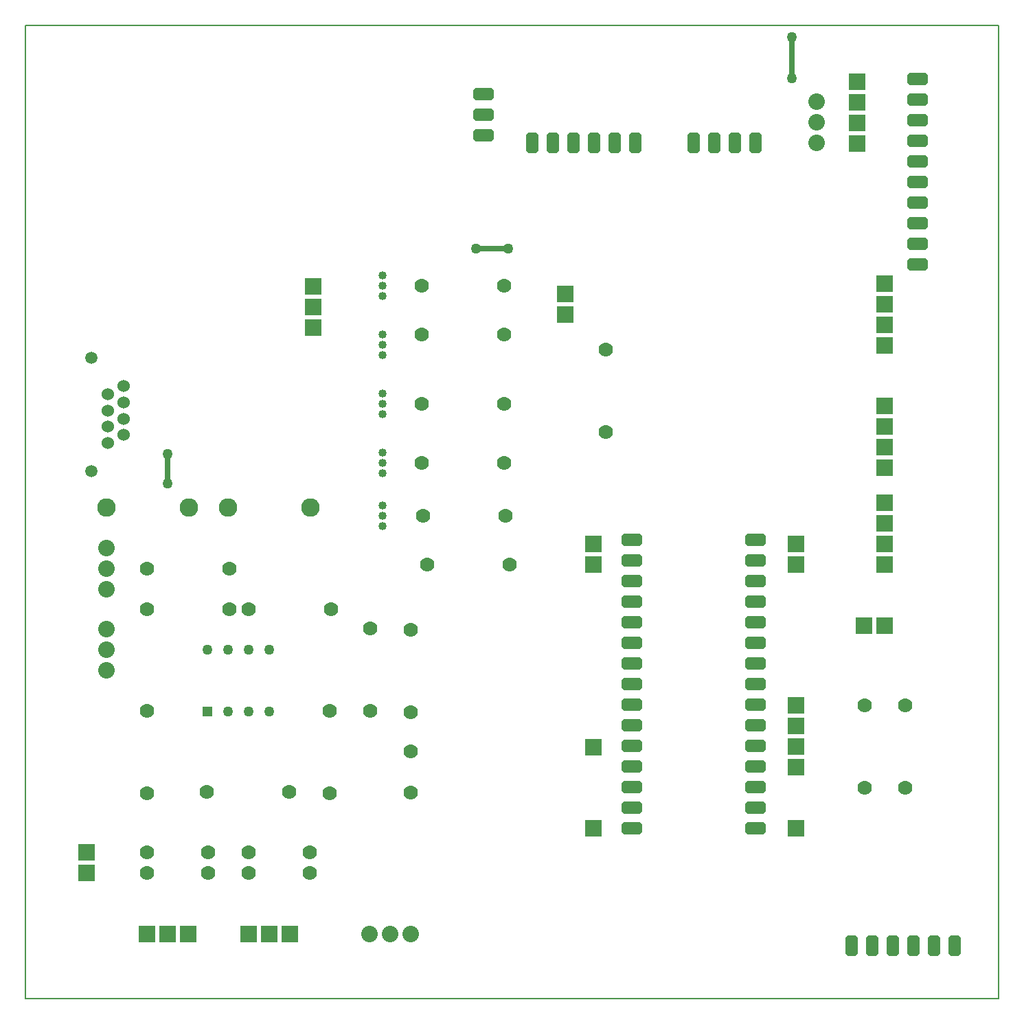
<source format=gbr>
G04 PROTEUS GERBER X2 FILE*
%TF.GenerationSoftware,Labcenter,Proteus,8.8-SP1-Build27031*%
%TF.CreationDate,2021-08-02T14:58:59+00:00*%
%TF.FileFunction,Copper,L1,Top*%
%TF.FilePolarity,Positive*%
%TF.Part,Single*%
%TF.SameCoordinates,{c3ce3005-f07b-4d42-96ea-8d11783d6a5d}*%
%FSLAX45Y45*%
%MOMM*%
G01*
%TA.AperFunction,Conductor*%
%ADD10C,0.635000*%
%TA.AperFunction,ViaPad*%
%ADD11C,1.270000*%
%AMDIL002*
4,1,8,
-1.270000,0.457200,-0.965200,0.762000,0.965200,0.762000,1.270000,0.457200,1.270000,-0.457200,
0.965200,-0.762000,-0.965200,-0.762000,-1.270000,-0.457200,-1.270000,0.457200,
0*%
%TA.AperFunction,ComponentPad*%
%ADD12DIL002*%
%AMDIL003*
4,1,8,
-0.762000,0.965200,-0.457200,1.270000,0.457200,1.270000,0.762000,0.965200,0.762000,-0.965200,
0.457200,-1.270000,-0.457200,-1.270000,-0.762000,-0.965200,-0.762000,0.965200,
0*%
%TA.AperFunction,ComponentPad*%
%ADD13DIL003*%
%TA.AperFunction,ComponentPad*%
%ADD14R,2.032000X2.032000*%
%TA.AperFunction,ComponentPad*%
%ADD15C,2.032000*%
%TA.AperFunction,ComponentPad*%
%ADD16C,1.778000*%
%TA.AperFunction,ComponentPad*%
%ADD17R,1.270000X1.270000*%
%ADD18C,1.270000*%
%TA.AperFunction,ComponentPad*%
%ADD19C,2.286000*%
%TA.AperFunction,ComponentPad*%
%ADD70C,1.524000*%
%TA.AperFunction,FiducialPad,Global*%
%ADD71C,1.500000*%
%TA.AperFunction,ComponentPad*%
%ADD20C,1.016000*%
%TA.AperFunction,Profile*%
%ADD21C,0.203200*%
%TD.AperFunction*%
D10*
X-11000000Y+6300000D02*
X-11000000Y+6659569D01*
X-11001181Y+6660750D01*
X-7200000Y+9200000D02*
X-6800000Y+9200000D01*
X-3300000Y+11300000D02*
X-3300000Y+11800000D01*
D11*
X-11000000Y+6300000D03*
X-11001181Y+6660750D03*
X-7200000Y+9200000D03*
X-6800000Y+9200000D03*
X-3300000Y+11300000D03*
X-3300000Y+11800000D03*
D12*
X-3750000Y+2050000D03*
X-3750000Y+2304000D03*
X-3750000Y+2558000D03*
X-3750000Y+2812000D03*
X-3750000Y+3066000D03*
X-3750000Y+3320000D03*
X-3750000Y+3574000D03*
X-3750000Y+3828000D03*
X-3750000Y+4082000D03*
X-3750000Y+4336000D03*
X-3750000Y+4590000D03*
X-3750000Y+4844000D03*
X-3750000Y+5098000D03*
X-3750000Y+5352000D03*
X-3750000Y+5606000D03*
X-5274000Y+5606000D03*
X-5274000Y+5352000D03*
X-5274000Y+5098000D03*
X-5274000Y+4844000D03*
X-5274000Y+4590000D03*
X-5274000Y+4336000D03*
X-5274000Y+4082000D03*
X-5274000Y+3828000D03*
X-5274000Y+3574000D03*
X-5274000Y+3320000D03*
X-5274000Y+3066000D03*
X-5274000Y+2812000D03*
X-5274000Y+2558000D03*
X-5274000Y+2304000D03*
X-5274000Y+2050000D03*
X-1750000Y+9000000D03*
X-1750000Y+9254000D03*
X-1750000Y+9508000D03*
X-1750000Y+9762000D03*
X-1750000Y+10016000D03*
X-1750000Y+10270000D03*
X-1750000Y+10524000D03*
X-1750000Y+10778000D03*
X-1750000Y+11032000D03*
X-1750000Y+11286000D03*
D13*
X-6500000Y+10500000D03*
X-6246000Y+10500000D03*
X-5992000Y+10500000D03*
X-5738000Y+10500000D03*
X-5484000Y+10500000D03*
X-5230000Y+10500000D03*
X-3750000Y+10500000D03*
X-4004000Y+10500000D03*
X-4258000Y+10500000D03*
X-4512000Y+10500000D03*
D14*
X-2500000Y+11250000D03*
X-2500000Y+10996000D03*
X-2500000Y+10742000D03*
X-2500000Y+10488000D03*
D15*
X-3000000Y+10496000D03*
X-3000000Y+11004000D03*
X-3000000Y+10750000D03*
D14*
X-2159000Y+5300000D03*
X-2159000Y+5554000D03*
X-2159000Y+5808000D03*
X-2159000Y+6062000D03*
X-2159000Y+6492000D03*
X-2159000Y+6746000D03*
X-2159000Y+7000000D03*
X-2159000Y+7254000D03*
X-2159000Y+8000000D03*
X-2159000Y+8254000D03*
X-2159000Y+8508000D03*
X-2159000Y+8762000D03*
D16*
X-2409000Y+2550000D03*
X-2409000Y+3566000D03*
X-1909000Y+2550000D03*
X-1909000Y+3566000D03*
D14*
X-3250000Y+3562000D03*
X-3250000Y+3308000D03*
X-3250000Y+3054000D03*
X-3250000Y+2800000D03*
D17*
X-10512000Y+3488000D03*
D18*
X-10258000Y+3488000D03*
X-10004000Y+3488000D03*
X-9750000Y+3488000D03*
X-9750000Y+4250000D03*
X-10004000Y+4250000D03*
X-10258000Y+4250000D03*
X-10512000Y+4250000D03*
D14*
X-10746000Y+750000D03*
X-11000000Y+750000D03*
X-11254000Y+750000D03*
X-9496000Y+750000D03*
X-9750000Y+750000D03*
X-10004000Y+750000D03*
D16*
X-10500000Y+1754000D03*
X-10500000Y+1500000D03*
X-10000000Y+1754000D03*
X-10000000Y+1500000D03*
X-11250000Y+1500000D03*
X-11250000Y+1754000D03*
D14*
X-12000000Y+1750000D03*
X-12000000Y+1496000D03*
D16*
X-9250000Y+1754000D03*
X-9250000Y+1500000D03*
D15*
X-8000000Y+750000D03*
X-8254000Y+750000D03*
X-8508000Y+750000D03*
D16*
X-10516000Y+2500000D03*
X-9500000Y+2500000D03*
X-11250000Y+3500000D03*
X-11250000Y+2484000D03*
X-9000000Y+3500000D03*
X-9000000Y+2484000D03*
X-8000000Y+3000000D03*
X-8000000Y+2492000D03*
X-8000000Y+4500000D03*
X-8000000Y+3484000D03*
X-11250000Y+4750000D03*
X-10234000Y+4750000D03*
X-8984000Y+4750000D03*
X-10000000Y+4750000D03*
X-8500000Y+3500000D03*
X-8500000Y+4516000D03*
X-11250000Y+5250000D03*
X-10234000Y+5250000D03*
D15*
X-11750000Y+3996000D03*
X-11750000Y+4504000D03*
X-11750000Y+4250000D03*
X-11750000Y+4996000D03*
X-11750000Y+5504000D03*
X-11750000Y+5250000D03*
D19*
X-9234000Y+6000000D03*
X-10250000Y+6000000D03*
X-11750000Y+6000000D03*
X-10734000Y+6000000D03*
D14*
X-2159000Y+4550000D03*
X-2413000Y+4550000D03*
X-5750000Y+2050000D03*
X-5750000Y+3050000D03*
X-5750000Y+5300000D03*
X-5750000Y+5554000D03*
X-3250000Y+2050000D03*
X-3250000Y+5554000D03*
X-3250000Y+5300000D03*
D70*
X-11738500Y+6800000D03*
X-11538500Y+6900000D03*
X-11538500Y+7100000D03*
X-11538500Y+7300000D03*
X-11538500Y+7500000D03*
X-11738500Y+7000000D03*
X-11738500Y+7200000D03*
X-11738500Y+7400000D03*
D71*
X-11938500Y+6450000D03*
X-11938500Y+7850000D03*
D16*
X-6834000Y+5900000D03*
X-7850000Y+5900000D03*
X-6850000Y+6555000D03*
X-7866000Y+6555000D03*
X-6846000Y+7282000D03*
X-7862000Y+7282000D03*
X-6846000Y+8136000D03*
X-7862000Y+8136000D03*
X-6846000Y+8736000D03*
X-7862000Y+8736000D03*
D20*
X-8350000Y+6027000D03*
X-8350000Y+5900000D03*
X-8350000Y+5773000D03*
X-8350000Y+6682000D03*
X-8350000Y+6555000D03*
X-8350000Y+6428000D03*
X-8346000Y+7409000D03*
X-8346000Y+7282000D03*
X-8346000Y+7155000D03*
X-8346000Y+8136000D03*
X-8346000Y+8009000D03*
X-8346000Y+7882000D03*
X-8346000Y+8863000D03*
X-8346000Y+8736000D03*
X-8346000Y+8609000D03*
D14*
X-6096000Y+8636000D03*
X-6096000Y+8382000D03*
D16*
X-5600000Y+7955000D03*
X-5600000Y+6939000D03*
D14*
X-9200000Y+8219000D03*
X-9200000Y+8473000D03*
X-9200000Y+8727000D03*
D16*
X-7800000Y+5300000D03*
X-6784000Y+5300000D03*
D12*
X-7100000Y+11100000D03*
X-7100000Y+10846000D03*
X-7100000Y+10592000D03*
D13*
X-1300000Y+600000D03*
X-1554000Y+600000D03*
X-1808000Y+600000D03*
X-2062000Y+600000D03*
X-2316000Y+600000D03*
X-2570000Y+600000D03*
D21*
X-12754000Y-52000D02*
X-754000Y-52000D01*
X-754000Y+11948000D01*
X-12754000Y+11948000D01*
X-12754000Y-52000D01*
M02*

</source>
